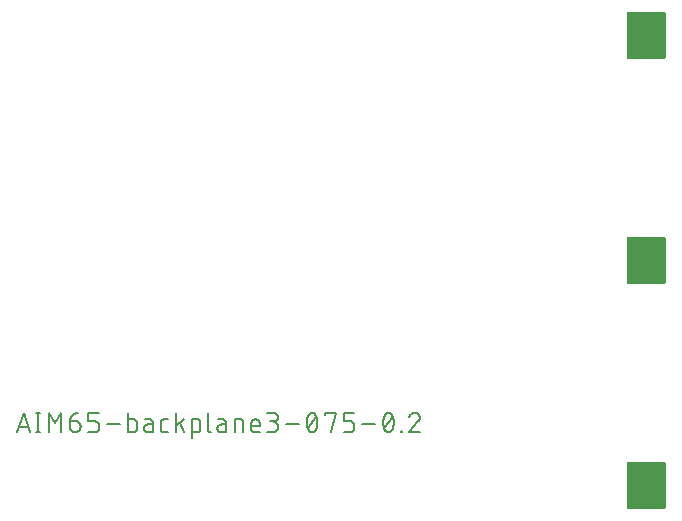
<source format=gto>
G04 EAGLE Gerber RS-274X export*
G75*
%MOMM*%
%FSLAX34Y34*%
%LPD*%
%INSilkscreen Top*%
%IPPOS*%
%AMOC8*
5,1,8,0,0,1.08239X$1,22.5*%
G01*
%ADD10C,0.152400*%

G36*
X981013Y431177D02*
X981013Y431177D01*
X981079Y431179D01*
X981122Y431197D01*
X981169Y431205D01*
X981226Y431239D01*
X981286Y431264D01*
X981321Y431295D01*
X981362Y431320D01*
X981404Y431371D01*
X981452Y431415D01*
X981474Y431457D01*
X981503Y431494D01*
X981524Y431556D01*
X981555Y431615D01*
X981563Y431669D01*
X981575Y431706D01*
X981574Y431746D01*
X981582Y431800D01*
X981582Y469900D01*
X981571Y469965D01*
X981569Y470031D01*
X981551Y470074D01*
X981543Y470121D01*
X981509Y470178D01*
X981484Y470238D01*
X981453Y470273D01*
X981428Y470314D01*
X981377Y470356D01*
X981333Y470404D01*
X981291Y470426D01*
X981254Y470455D01*
X981192Y470476D01*
X981133Y470507D01*
X981079Y470515D01*
X981042Y470527D01*
X981002Y470526D01*
X980948Y470534D01*
X949198Y470534D01*
X949133Y470523D01*
X949067Y470521D01*
X949024Y470503D01*
X948977Y470495D01*
X948920Y470461D01*
X948860Y470436D01*
X948825Y470405D01*
X948784Y470380D01*
X948743Y470329D01*
X948694Y470285D01*
X948672Y470243D01*
X948643Y470206D01*
X948622Y470144D01*
X948591Y470085D01*
X948583Y470031D01*
X948571Y469994D01*
X948572Y469954D01*
X948571Y469950D01*
X948571Y469949D01*
X948571Y469947D01*
X948564Y469900D01*
X948564Y431800D01*
X948575Y431735D01*
X948577Y431669D01*
X948595Y431626D01*
X948603Y431579D01*
X948637Y431522D01*
X948662Y431462D01*
X948693Y431427D01*
X948718Y431386D01*
X948769Y431345D01*
X948813Y431296D01*
X948855Y431274D01*
X948892Y431245D01*
X948954Y431224D01*
X949013Y431193D01*
X949067Y431185D01*
X949104Y431173D01*
X949144Y431174D01*
X949198Y431166D01*
X980948Y431166D01*
X981013Y431177D01*
G37*
G36*
X981013Y240677D02*
X981013Y240677D01*
X981079Y240679D01*
X981122Y240697D01*
X981169Y240705D01*
X981226Y240739D01*
X981286Y240764D01*
X981321Y240795D01*
X981362Y240820D01*
X981404Y240871D01*
X981452Y240915D01*
X981474Y240957D01*
X981503Y240994D01*
X981524Y241056D01*
X981555Y241115D01*
X981563Y241169D01*
X981575Y241206D01*
X981574Y241246D01*
X981582Y241300D01*
X981582Y279400D01*
X981571Y279465D01*
X981569Y279531D01*
X981551Y279574D01*
X981543Y279621D01*
X981509Y279678D01*
X981484Y279738D01*
X981453Y279773D01*
X981428Y279814D01*
X981377Y279856D01*
X981333Y279904D01*
X981291Y279926D01*
X981254Y279955D01*
X981192Y279976D01*
X981133Y280007D01*
X981079Y280015D01*
X981042Y280027D01*
X981002Y280026D01*
X980948Y280034D01*
X949198Y280034D01*
X949133Y280023D01*
X949067Y280021D01*
X949024Y280003D01*
X948977Y279995D01*
X948920Y279961D01*
X948860Y279936D01*
X948825Y279905D01*
X948784Y279880D01*
X948743Y279829D01*
X948694Y279785D01*
X948672Y279743D01*
X948643Y279706D01*
X948622Y279644D01*
X948591Y279585D01*
X948583Y279531D01*
X948571Y279494D01*
X948572Y279454D01*
X948571Y279450D01*
X948571Y279449D01*
X948571Y279447D01*
X948564Y279400D01*
X948564Y241300D01*
X948575Y241235D01*
X948577Y241169D01*
X948595Y241126D01*
X948603Y241079D01*
X948637Y241022D01*
X948662Y240962D01*
X948693Y240927D01*
X948718Y240886D01*
X948769Y240845D01*
X948813Y240796D01*
X948855Y240774D01*
X948892Y240745D01*
X948954Y240724D01*
X949013Y240693D01*
X949067Y240685D01*
X949104Y240673D01*
X949144Y240674D01*
X949198Y240666D01*
X980948Y240666D01*
X981013Y240677D01*
G37*
G36*
X981013Y50177D02*
X981013Y50177D01*
X981079Y50179D01*
X981122Y50197D01*
X981169Y50205D01*
X981226Y50239D01*
X981286Y50264D01*
X981321Y50295D01*
X981362Y50320D01*
X981404Y50371D01*
X981452Y50415D01*
X981474Y50457D01*
X981503Y50494D01*
X981524Y50556D01*
X981555Y50615D01*
X981563Y50669D01*
X981575Y50706D01*
X981574Y50746D01*
X981582Y50800D01*
X981582Y88900D01*
X981571Y88965D01*
X981569Y89031D01*
X981551Y89074D01*
X981543Y89121D01*
X981509Y89178D01*
X981484Y89238D01*
X981453Y89273D01*
X981428Y89314D01*
X981377Y89356D01*
X981333Y89404D01*
X981291Y89426D01*
X981254Y89455D01*
X981192Y89476D01*
X981133Y89507D01*
X981079Y89515D01*
X981042Y89527D01*
X981002Y89526D01*
X980948Y89534D01*
X949198Y89534D01*
X949133Y89523D01*
X949067Y89521D01*
X949024Y89503D01*
X948977Y89495D01*
X948920Y89461D01*
X948860Y89436D01*
X948825Y89405D01*
X948784Y89380D01*
X948743Y89329D01*
X948694Y89285D01*
X948672Y89243D01*
X948643Y89206D01*
X948622Y89144D01*
X948591Y89085D01*
X948583Y89031D01*
X948571Y88994D01*
X948572Y88954D01*
X948571Y88950D01*
X948571Y88949D01*
X948571Y88947D01*
X948564Y88900D01*
X948564Y50800D01*
X948575Y50735D01*
X948577Y50669D01*
X948595Y50626D01*
X948603Y50579D01*
X948637Y50522D01*
X948662Y50462D01*
X948693Y50427D01*
X948718Y50386D01*
X948769Y50345D01*
X948813Y50296D01*
X948855Y50274D01*
X948892Y50245D01*
X948954Y50224D01*
X949013Y50193D01*
X949067Y50185D01*
X949104Y50173D01*
X949144Y50174D01*
X949198Y50166D01*
X980948Y50166D01*
X981013Y50177D01*
G37*
D10*
X432562Y115062D02*
X437981Y131318D01*
X443399Y115062D01*
X442045Y119126D02*
X433917Y119126D01*
X450486Y115062D02*
X450486Y131318D01*
X448679Y115062D02*
X452292Y115062D01*
X452292Y131318D02*
X448679Y131318D01*
X459135Y131318D02*
X459135Y115062D01*
X464554Y122287D02*
X459135Y131318D01*
X464554Y122287D02*
X469972Y131318D01*
X469972Y115062D01*
X477233Y124093D02*
X482651Y124093D01*
X482769Y124091D01*
X482887Y124085D01*
X483005Y124076D01*
X483122Y124062D01*
X483239Y124045D01*
X483356Y124024D01*
X483471Y123999D01*
X483586Y123970D01*
X483700Y123937D01*
X483812Y123901D01*
X483923Y123861D01*
X484033Y123818D01*
X484142Y123771D01*
X484249Y123721D01*
X484354Y123666D01*
X484457Y123609D01*
X484558Y123548D01*
X484658Y123484D01*
X484755Y123417D01*
X484850Y123347D01*
X484942Y123273D01*
X485033Y123197D01*
X485120Y123117D01*
X485205Y123035D01*
X485287Y122950D01*
X485367Y122863D01*
X485443Y122772D01*
X485517Y122680D01*
X485587Y122585D01*
X485654Y122488D01*
X485718Y122388D01*
X485779Y122287D01*
X485836Y122184D01*
X485891Y122079D01*
X485941Y121972D01*
X485988Y121863D01*
X486031Y121753D01*
X486071Y121642D01*
X486107Y121530D01*
X486140Y121416D01*
X486169Y121301D01*
X486194Y121186D01*
X486215Y121069D01*
X486232Y120952D01*
X486246Y120835D01*
X486255Y120717D01*
X486261Y120599D01*
X486263Y120481D01*
X486264Y120481D02*
X486264Y119578D01*
X486262Y119445D01*
X486256Y119313D01*
X486246Y119181D01*
X486233Y119049D01*
X486215Y118917D01*
X486194Y118787D01*
X486169Y118656D01*
X486140Y118527D01*
X486107Y118399D01*
X486071Y118271D01*
X486031Y118145D01*
X485987Y118020D01*
X485939Y117896D01*
X485888Y117774D01*
X485833Y117653D01*
X485775Y117534D01*
X485713Y117416D01*
X485648Y117301D01*
X485579Y117187D01*
X485508Y117076D01*
X485432Y116967D01*
X485354Y116860D01*
X485273Y116755D01*
X485188Y116653D01*
X485101Y116553D01*
X485011Y116456D01*
X484918Y116361D01*
X484822Y116270D01*
X484724Y116181D01*
X484623Y116095D01*
X484519Y116012D01*
X484413Y115932D01*
X484305Y115856D01*
X484195Y115782D01*
X484082Y115712D01*
X483968Y115645D01*
X483851Y115582D01*
X483733Y115522D01*
X483613Y115465D01*
X483491Y115412D01*
X483368Y115363D01*
X483244Y115317D01*
X483118Y115275D01*
X482991Y115237D01*
X482863Y115202D01*
X482734Y115171D01*
X482605Y115144D01*
X482474Y115121D01*
X482343Y115101D01*
X482211Y115086D01*
X482079Y115074D01*
X481947Y115066D01*
X481814Y115062D01*
X481682Y115062D01*
X481549Y115066D01*
X481417Y115074D01*
X481285Y115086D01*
X481153Y115101D01*
X481022Y115121D01*
X480891Y115144D01*
X480762Y115171D01*
X480633Y115202D01*
X480505Y115237D01*
X480378Y115275D01*
X480252Y115317D01*
X480128Y115363D01*
X480005Y115412D01*
X479883Y115465D01*
X479763Y115522D01*
X479645Y115582D01*
X479528Y115645D01*
X479414Y115712D01*
X479301Y115782D01*
X479191Y115856D01*
X479083Y115932D01*
X478977Y116012D01*
X478873Y116095D01*
X478772Y116181D01*
X478674Y116270D01*
X478578Y116361D01*
X478485Y116456D01*
X478395Y116553D01*
X478308Y116653D01*
X478223Y116755D01*
X478142Y116860D01*
X478064Y116967D01*
X477988Y117076D01*
X477917Y117187D01*
X477848Y117301D01*
X477783Y117416D01*
X477721Y117534D01*
X477663Y117653D01*
X477608Y117774D01*
X477557Y117896D01*
X477509Y118020D01*
X477465Y118145D01*
X477425Y118271D01*
X477389Y118399D01*
X477356Y118527D01*
X477327Y118656D01*
X477302Y118787D01*
X477281Y118917D01*
X477263Y119049D01*
X477250Y119181D01*
X477240Y119313D01*
X477234Y119445D01*
X477232Y119578D01*
X477233Y119578D02*
X477233Y124093D01*
X477232Y124093D02*
X477234Y124270D01*
X477241Y124448D01*
X477252Y124625D01*
X477267Y124801D01*
X477286Y124977D01*
X477310Y125153D01*
X477338Y125328D01*
X477371Y125503D01*
X477408Y125676D01*
X477449Y125849D01*
X477494Y126020D01*
X477543Y126190D01*
X477597Y126359D01*
X477654Y126527D01*
X477716Y126693D01*
X477782Y126858D01*
X477852Y127021D01*
X477926Y127182D01*
X478003Y127341D01*
X478085Y127499D01*
X478171Y127654D01*
X478260Y127807D01*
X478353Y127958D01*
X478450Y128107D01*
X478550Y128253D01*
X478654Y128397D01*
X478761Y128538D01*
X478872Y128676D01*
X478986Y128812D01*
X479104Y128945D01*
X479224Y129075D01*
X479348Y129202D01*
X479475Y129326D01*
X479605Y129446D01*
X479738Y129564D01*
X479873Y129678D01*
X480012Y129789D01*
X480153Y129896D01*
X480297Y130000D01*
X480443Y130100D01*
X480592Y130197D01*
X480743Y130290D01*
X480896Y130379D01*
X481051Y130465D01*
X481209Y130547D01*
X481368Y130624D01*
X481529Y130698D01*
X481692Y130768D01*
X481857Y130834D01*
X482023Y130896D01*
X482191Y130953D01*
X482360Y131007D01*
X482530Y131056D01*
X482701Y131101D01*
X482874Y131142D01*
X483047Y131179D01*
X483222Y131212D01*
X483397Y131240D01*
X483573Y131264D01*
X483749Y131283D01*
X483925Y131298D01*
X484102Y131309D01*
X484280Y131316D01*
X484457Y131318D01*
X492864Y115062D02*
X498282Y115062D01*
X498400Y115064D01*
X498518Y115070D01*
X498636Y115079D01*
X498753Y115093D01*
X498870Y115110D01*
X498987Y115131D01*
X499102Y115156D01*
X499217Y115185D01*
X499331Y115218D01*
X499443Y115254D01*
X499554Y115294D01*
X499664Y115337D01*
X499773Y115384D01*
X499880Y115434D01*
X499985Y115489D01*
X500088Y115546D01*
X500189Y115607D01*
X500289Y115671D01*
X500386Y115738D01*
X500481Y115808D01*
X500573Y115882D01*
X500664Y115958D01*
X500751Y116038D01*
X500836Y116120D01*
X500918Y116205D01*
X500998Y116292D01*
X501074Y116383D01*
X501148Y116475D01*
X501218Y116570D01*
X501285Y116667D01*
X501349Y116767D01*
X501410Y116868D01*
X501467Y116971D01*
X501522Y117076D01*
X501572Y117183D01*
X501619Y117292D01*
X501662Y117402D01*
X501702Y117513D01*
X501738Y117625D01*
X501771Y117739D01*
X501800Y117854D01*
X501825Y117969D01*
X501846Y118086D01*
X501863Y118203D01*
X501877Y118320D01*
X501886Y118438D01*
X501892Y118556D01*
X501894Y118674D01*
X501895Y118674D02*
X501895Y120481D01*
X501894Y120481D02*
X501892Y120599D01*
X501886Y120717D01*
X501877Y120835D01*
X501863Y120952D01*
X501846Y121069D01*
X501825Y121186D01*
X501800Y121301D01*
X501771Y121416D01*
X501738Y121530D01*
X501702Y121642D01*
X501662Y121753D01*
X501619Y121863D01*
X501572Y121972D01*
X501522Y122079D01*
X501467Y122184D01*
X501410Y122287D01*
X501349Y122388D01*
X501285Y122488D01*
X501218Y122585D01*
X501148Y122680D01*
X501074Y122772D01*
X500998Y122863D01*
X500918Y122950D01*
X500836Y123035D01*
X500751Y123117D01*
X500664Y123197D01*
X500573Y123273D01*
X500481Y123347D01*
X500386Y123417D01*
X500289Y123484D01*
X500189Y123548D01*
X500088Y123609D01*
X499985Y123666D01*
X499880Y123721D01*
X499773Y123771D01*
X499664Y123818D01*
X499554Y123861D01*
X499443Y123901D01*
X499331Y123937D01*
X499217Y123970D01*
X499102Y123999D01*
X498987Y124024D01*
X498870Y124045D01*
X498753Y124062D01*
X498636Y124076D01*
X498518Y124085D01*
X498400Y124091D01*
X498282Y124093D01*
X492864Y124093D01*
X492864Y131318D01*
X501895Y131318D01*
X508634Y121384D02*
X519471Y121384D01*
X526666Y115062D02*
X526666Y131318D01*
X526666Y115062D02*
X531181Y115062D01*
X531285Y115064D01*
X531388Y115070D01*
X531492Y115080D01*
X531595Y115094D01*
X531697Y115112D01*
X531798Y115133D01*
X531899Y115159D01*
X531998Y115188D01*
X532097Y115221D01*
X532194Y115258D01*
X532289Y115299D01*
X532383Y115343D01*
X532475Y115391D01*
X532565Y115442D01*
X532654Y115497D01*
X532740Y115555D01*
X532823Y115617D01*
X532905Y115681D01*
X532983Y115749D01*
X533059Y115819D01*
X533133Y115892D01*
X533203Y115969D01*
X533271Y116047D01*
X533335Y116129D01*
X533397Y116212D01*
X533455Y116298D01*
X533510Y116387D01*
X533561Y116477D01*
X533609Y116569D01*
X533653Y116663D01*
X533694Y116758D01*
X533731Y116855D01*
X533764Y116954D01*
X533793Y117053D01*
X533819Y117154D01*
X533840Y117255D01*
X533858Y117357D01*
X533872Y117460D01*
X533882Y117564D01*
X533888Y117667D01*
X533890Y117771D01*
X533891Y117771D02*
X533891Y123190D01*
X533890Y123190D02*
X533888Y123291D01*
X533882Y123392D01*
X533873Y123493D01*
X533860Y123594D01*
X533843Y123694D01*
X533822Y123793D01*
X533798Y123891D01*
X533770Y123988D01*
X533738Y124085D01*
X533703Y124180D01*
X533664Y124273D01*
X533622Y124365D01*
X533576Y124456D01*
X533527Y124545D01*
X533475Y124631D01*
X533419Y124716D01*
X533361Y124799D01*
X533299Y124879D01*
X533234Y124957D01*
X533167Y125033D01*
X533097Y125106D01*
X533024Y125176D01*
X532948Y125243D01*
X532870Y125308D01*
X532790Y125370D01*
X532707Y125428D01*
X532622Y125484D01*
X532536Y125536D01*
X532447Y125585D01*
X532356Y125631D01*
X532264Y125673D01*
X532171Y125712D01*
X532076Y125747D01*
X531979Y125779D01*
X531882Y125807D01*
X531784Y125831D01*
X531685Y125852D01*
X531585Y125869D01*
X531484Y125882D01*
X531383Y125891D01*
X531282Y125897D01*
X531181Y125899D01*
X526666Y125899D01*
X543227Y121384D02*
X547291Y121384D01*
X543227Y121384D02*
X543115Y121382D01*
X543004Y121376D01*
X542893Y121366D01*
X542782Y121353D01*
X542672Y121335D01*
X542563Y121313D01*
X542454Y121288D01*
X542346Y121259D01*
X542240Y121226D01*
X542134Y121189D01*
X542030Y121149D01*
X541928Y121105D01*
X541827Y121057D01*
X541728Y121006D01*
X541630Y120951D01*
X541535Y120893D01*
X541442Y120832D01*
X541351Y120767D01*
X541262Y120699D01*
X541176Y120628D01*
X541093Y120555D01*
X541012Y120478D01*
X540933Y120398D01*
X540858Y120316D01*
X540786Y120231D01*
X540716Y120144D01*
X540650Y120054D01*
X540587Y119962D01*
X540527Y119867D01*
X540471Y119771D01*
X540418Y119673D01*
X540369Y119573D01*
X540323Y119471D01*
X540281Y119368D01*
X540242Y119263D01*
X540207Y119157D01*
X540176Y119050D01*
X540149Y118942D01*
X540125Y118833D01*
X540106Y118723D01*
X540090Y118613D01*
X540078Y118502D01*
X540070Y118390D01*
X540066Y118279D01*
X540066Y118167D01*
X540070Y118056D01*
X540078Y117944D01*
X540090Y117833D01*
X540106Y117723D01*
X540125Y117613D01*
X540149Y117504D01*
X540176Y117396D01*
X540207Y117289D01*
X540242Y117183D01*
X540281Y117078D01*
X540323Y116975D01*
X540369Y116873D01*
X540418Y116773D01*
X540471Y116675D01*
X540527Y116579D01*
X540587Y116484D01*
X540650Y116392D01*
X540716Y116302D01*
X540786Y116215D01*
X540858Y116130D01*
X540933Y116048D01*
X541012Y115968D01*
X541093Y115891D01*
X541176Y115818D01*
X541262Y115747D01*
X541351Y115679D01*
X541442Y115614D01*
X541535Y115553D01*
X541630Y115495D01*
X541728Y115440D01*
X541827Y115389D01*
X541928Y115341D01*
X542030Y115297D01*
X542134Y115257D01*
X542240Y115220D01*
X542346Y115187D01*
X542454Y115158D01*
X542563Y115133D01*
X542672Y115111D01*
X542782Y115093D01*
X542893Y115080D01*
X543004Y115070D01*
X543115Y115064D01*
X543227Y115062D01*
X547291Y115062D01*
X547291Y123190D01*
X547289Y123291D01*
X547283Y123392D01*
X547274Y123493D01*
X547261Y123594D01*
X547244Y123694D01*
X547223Y123793D01*
X547199Y123891D01*
X547171Y123988D01*
X547139Y124085D01*
X547104Y124180D01*
X547065Y124273D01*
X547023Y124365D01*
X546977Y124456D01*
X546928Y124545D01*
X546876Y124631D01*
X546820Y124716D01*
X546762Y124799D01*
X546700Y124879D01*
X546635Y124957D01*
X546568Y125033D01*
X546498Y125106D01*
X546425Y125176D01*
X546349Y125243D01*
X546271Y125308D01*
X546191Y125370D01*
X546108Y125428D01*
X546023Y125484D01*
X545937Y125536D01*
X545848Y125585D01*
X545757Y125631D01*
X545665Y125673D01*
X545572Y125712D01*
X545477Y125747D01*
X545380Y125779D01*
X545283Y125807D01*
X545185Y125831D01*
X545086Y125852D01*
X544986Y125869D01*
X544885Y125882D01*
X544784Y125891D01*
X544683Y125897D01*
X544582Y125899D01*
X540969Y125899D01*
X556934Y115062D02*
X560547Y115062D01*
X556934Y115062D02*
X556833Y115064D01*
X556732Y115070D01*
X556631Y115079D01*
X556530Y115092D01*
X556430Y115109D01*
X556331Y115130D01*
X556233Y115154D01*
X556136Y115182D01*
X556039Y115214D01*
X555944Y115249D01*
X555851Y115288D01*
X555759Y115330D01*
X555668Y115376D01*
X555580Y115425D01*
X555493Y115477D01*
X555408Y115533D01*
X555325Y115591D01*
X555245Y115653D01*
X555167Y115718D01*
X555091Y115785D01*
X555018Y115855D01*
X554948Y115928D01*
X554881Y116004D01*
X554816Y116082D01*
X554754Y116162D01*
X554696Y116245D01*
X554640Y116330D01*
X554588Y116417D01*
X554539Y116505D01*
X554493Y116596D01*
X554451Y116688D01*
X554412Y116781D01*
X554377Y116876D01*
X554345Y116973D01*
X554317Y117070D01*
X554293Y117168D01*
X554272Y117267D01*
X554255Y117367D01*
X554242Y117468D01*
X554233Y117569D01*
X554227Y117670D01*
X554225Y117771D01*
X554225Y123190D01*
X554227Y123291D01*
X554233Y123392D01*
X554242Y123493D01*
X554255Y123594D01*
X554272Y123694D01*
X554293Y123793D01*
X554317Y123891D01*
X554345Y123988D01*
X554377Y124085D01*
X554412Y124180D01*
X554451Y124273D01*
X554493Y124365D01*
X554539Y124456D01*
X554588Y124545D01*
X554640Y124631D01*
X554696Y124716D01*
X554754Y124799D01*
X554816Y124879D01*
X554881Y124957D01*
X554948Y125033D01*
X555018Y125106D01*
X555091Y125176D01*
X555167Y125243D01*
X555245Y125308D01*
X555325Y125370D01*
X555408Y125428D01*
X555493Y125484D01*
X555580Y125536D01*
X555668Y125585D01*
X555759Y125631D01*
X555851Y125673D01*
X555944Y125712D01*
X556039Y125747D01*
X556136Y125779D01*
X556233Y125807D01*
X556331Y125831D01*
X556430Y125852D01*
X556530Y125869D01*
X556631Y125882D01*
X556732Y125891D01*
X556833Y125897D01*
X556934Y125899D01*
X560547Y125899D01*
X566881Y131318D02*
X566881Y115062D01*
X566881Y120481D02*
X574106Y125899D01*
X570042Y122738D02*
X574106Y115062D01*
X580333Y109643D02*
X580333Y125899D01*
X584848Y125899D01*
X584952Y125897D01*
X585055Y125891D01*
X585159Y125881D01*
X585262Y125867D01*
X585364Y125849D01*
X585465Y125828D01*
X585566Y125802D01*
X585665Y125773D01*
X585764Y125740D01*
X585861Y125703D01*
X585956Y125662D01*
X586050Y125618D01*
X586142Y125570D01*
X586232Y125519D01*
X586321Y125464D01*
X586407Y125406D01*
X586490Y125344D01*
X586572Y125280D01*
X586650Y125212D01*
X586726Y125142D01*
X586800Y125069D01*
X586870Y124992D01*
X586938Y124914D01*
X587002Y124832D01*
X587064Y124749D01*
X587122Y124663D01*
X587177Y124574D01*
X587228Y124484D01*
X587276Y124392D01*
X587320Y124298D01*
X587361Y124203D01*
X587398Y124106D01*
X587431Y124007D01*
X587460Y123908D01*
X587486Y123807D01*
X587507Y123706D01*
X587525Y123604D01*
X587539Y123501D01*
X587549Y123397D01*
X587555Y123294D01*
X587557Y123190D01*
X587558Y123190D02*
X587558Y117771D01*
X587557Y117771D02*
X587555Y117670D01*
X587549Y117569D01*
X587540Y117468D01*
X587527Y117367D01*
X587510Y117267D01*
X587489Y117168D01*
X587465Y117070D01*
X587437Y116973D01*
X587405Y116876D01*
X587370Y116781D01*
X587331Y116688D01*
X587289Y116596D01*
X587243Y116505D01*
X587194Y116416D01*
X587142Y116330D01*
X587086Y116245D01*
X587028Y116162D01*
X586966Y116082D01*
X586901Y116004D01*
X586834Y115928D01*
X586764Y115855D01*
X586691Y115785D01*
X586615Y115718D01*
X586537Y115653D01*
X586457Y115591D01*
X586374Y115533D01*
X586289Y115477D01*
X586203Y115425D01*
X586114Y115376D01*
X586023Y115330D01*
X585931Y115288D01*
X585838Y115249D01*
X585743Y115214D01*
X585646Y115182D01*
X585549Y115154D01*
X585451Y115130D01*
X585352Y115109D01*
X585252Y115092D01*
X585151Y115079D01*
X585050Y115070D01*
X584949Y115064D01*
X584848Y115062D01*
X580333Y115062D01*
X594044Y117771D02*
X594044Y131318D01*
X594044Y117771D02*
X594046Y117670D01*
X594052Y117569D01*
X594061Y117468D01*
X594074Y117367D01*
X594091Y117267D01*
X594112Y117168D01*
X594136Y117070D01*
X594164Y116973D01*
X594196Y116876D01*
X594231Y116781D01*
X594270Y116688D01*
X594312Y116596D01*
X594358Y116505D01*
X594407Y116417D01*
X594459Y116330D01*
X594515Y116245D01*
X594573Y116162D01*
X594635Y116082D01*
X594700Y116004D01*
X594767Y115928D01*
X594837Y115855D01*
X594910Y115785D01*
X594986Y115718D01*
X595064Y115653D01*
X595144Y115591D01*
X595227Y115533D01*
X595312Y115477D01*
X595399Y115425D01*
X595487Y115376D01*
X595578Y115330D01*
X595670Y115288D01*
X595763Y115249D01*
X595858Y115214D01*
X595955Y115182D01*
X596052Y115154D01*
X596150Y115130D01*
X596249Y115109D01*
X596349Y115092D01*
X596450Y115079D01*
X596551Y115070D01*
X596652Y115064D01*
X596753Y115062D01*
X605231Y121384D02*
X609295Y121384D01*
X605231Y121384D02*
X605119Y121382D01*
X605008Y121376D01*
X604897Y121366D01*
X604786Y121353D01*
X604676Y121335D01*
X604567Y121313D01*
X604458Y121288D01*
X604350Y121259D01*
X604244Y121226D01*
X604138Y121189D01*
X604034Y121149D01*
X603932Y121105D01*
X603831Y121057D01*
X603732Y121006D01*
X603634Y120951D01*
X603539Y120893D01*
X603446Y120832D01*
X603355Y120767D01*
X603266Y120699D01*
X603180Y120628D01*
X603097Y120555D01*
X603016Y120478D01*
X602937Y120398D01*
X602862Y120316D01*
X602790Y120231D01*
X602720Y120144D01*
X602654Y120054D01*
X602591Y119962D01*
X602531Y119867D01*
X602475Y119771D01*
X602422Y119673D01*
X602373Y119573D01*
X602327Y119471D01*
X602285Y119368D01*
X602246Y119263D01*
X602211Y119157D01*
X602180Y119050D01*
X602153Y118942D01*
X602129Y118833D01*
X602110Y118723D01*
X602094Y118613D01*
X602082Y118502D01*
X602074Y118390D01*
X602070Y118279D01*
X602070Y118167D01*
X602074Y118056D01*
X602082Y117944D01*
X602094Y117833D01*
X602110Y117723D01*
X602129Y117613D01*
X602153Y117504D01*
X602180Y117396D01*
X602211Y117289D01*
X602246Y117183D01*
X602285Y117078D01*
X602327Y116975D01*
X602373Y116873D01*
X602422Y116773D01*
X602475Y116675D01*
X602531Y116579D01*
X602591Y116484D01*
X602654Y116392D01*
X602720Y116302D01*
X602790Y116215D01*
X602862Y116130D01*
X602937Y116048D01*
X603016Y115968D01*
X603097Y115891D01*
X603180Y115818D01*
X603266Y115747D01*
X603355Y115679D01*
X603446Y115614D01*
X603539Y115553D01*
X603634Y115495D01*
X603732Y115440D01*
X603831Y115389D01*
X603932Y115341D01*
X604034Y115297D01*
X604138Y115257D01*
X604244Y115220D01*
X604350Y115187D01*
X604458Y115158D01*
X604567Y115133D01*
X604676Y115111D01*
X604786Y115093D01*
X604897Y115080D01*
X605008Y115070D01*
X605119Y115064D01*
X605231Y115062D01*
X609295Y115062D01*
X609295Y123190D01*
X609293Y123291D01*
X609287Y123392D01*
X609278Y123493D01*
X609265Y123594D01*
X609248Y123694D01*
X609227Y123793D01*
X609203Y123891D01*
X609175Y123988D01*
X609143Y124085D01*
X609108Y124180D01*
X609069Y124273D01*
X609027Y124365D01*
X608981Y124456D01*
X608932Y124545D01*
X608880Y124631D01*
X608824Y124716D01*
X608766Y124799D01*
X608704Y124879D01*
X608639Y124957D01*
X608572Y125033D01*
X608502Y125106D01*
X608429Y125176D01*
X608353Y125243D01*
X608275Y125308D01*
X608195Y125370D01*
X608112Y125428D01*
X608027Y125484D01*
X607941Y125536D01*
X607852Y125585D01*
X607761Y125631D01*
X607669Y125673D01*
X607576Y125712D01*
X607481Y125747D01*
X607384Y125779D01*
X607287Y125807D01*
X607189Y125831D01*
X607090Y125852D01*
X606990Y125869D01*
X606889Y125882D01*
X606788Y125891D01*
X606687Y125897D01*
X606586Y125899D01*
X602973Y125899D01*
X616732Y125899D02*
X616732Y115062D01*
X616732Y125899D02*
X621248Y125899D01*
X621352Y125897D01*
X621455Y125891D01*
X621559Y125881D01*
X621662Y125867D01*
X621764Y125849D01*
X621865Y125828D01*
X621966Y125802D01*
X622065Y125773D01*
X622164Y125740D01*
X622261Y125703D01*
X622356Y125662D01*
X622450Y125618D01*
X622542Y125570D01*
X622632Y125519D01*
X622721Y125464D01*
X622807Y125406D01*
X622890Y125344D01*
X622972Y125280D01*
X623050Y125212D01*
X623126Y125142D01*
X623200Y125069D01*
X623270Y124992D01*
X623338Y124914D01*
X623402Y124832D01*
X623464Y124749D01*
X623522Y124663D01*
X623577Y124574D01*
X623628Y124484D01*
X623676Y124392D01*
X623720Y124298D01*
X623761Y124203D01*
X623798Y124106D01*
X623831Y124007D01*
X623860Y123908D01*
X623886Y123807D01*
X623907Y123706D01*
X623925Y123604D01*
X623939Y123501D01*
X623949Y123397D01*
X623955Y123294D01*
X623957Y123190D01*
X623957Y115062D01*
X633510Y115062D02*
X638025Y115062D01*
X633510Y115062D02*
X633409Y115064D01*
X633308Y115070D01*
X633207Y115079D01*
X633106Y115092D01*
X633006Y115109D01*
X632907Y115130D01*
X632809Y115154D01*
X632712Y115182D01*
X632615Y115214D01*
X632520Y115249D01*
X632427Y115288D01*
X632335Y115330D01*
X632244Y115376D01*
X632156Y115425D01*
X632069Y115477D01*
X631984Y115533D01*
X631901Y115591D01*
X631821Y115653D01*
X631743Y115718D01*
X631667Y115785D01*
X631594Y115855D01*
X631524Y115928D01*
X631457Y116004D01*
X631392Y116082D01*
X631330Y116162D01*
X631272Y116245D01*
X631216Y116330D01*
X631164Y116417D01*
X631115Y116505D01*
X631069Y116596D01*
X631027Y116688D01*
X630988Y116781D01*
X630953Y116876D01*
X630921Y116973D01*
X630893Y117070D01*
X630869Y117168D01*
X630848Y117267D01*
X630831Y117367D01*
X630818Y117468D01*
X630809Y117569D01*
X630803Y117670D01*
X630801Y117771D01*
X630801Y122287D01*
X630803Y122406D01*
X630809Y122526D01*
X630819Y122645D01*
X630833Y122763D01*
X630850Y122882D01*
X630872Y122999D01*
X630897Y123116D01*
X630927Y123231D01*
X630960Y123346D01*
X630997Y123460D01*
X631037Y123572D01*
X631082Y123683D01*
X631130Y123792D01*
X631181Y123900D01*
X631236Y124006D01*
X631295Y124110D01*
X631357Y124212D01*
X631422Y124312D01*
X631491Y124410D01*
X631563Y124506D01*
X631638Y124599D01*
X631715Y124689D01*
X631796Y124777D01*
X631880Y124862D01*
X631967Y124944D01*
X632056Y125024D01*
X632148Y125100D01*
X632242Y125174D01*
X632339Y125244D01*
X632437Y125311D01*
X632538Y125375D01*
X632642Y125435D01*
X632747Y125492D01*
X632854Y125545D01*
X632962Y125595D01*
X633072Y125641D01*
X633184Y125683D01*
X633297Y125722D01*
X633411Y125757D01*
X633526Y125788D01*
X633643Y125816D01*
X633760Y125839D01*
X633877Y125859D01*
X633996Y125875D01*
X634115Y125887D01*
X634234Y125895D01*
X634353Y125899D01*
X634473Y125899D01*
X634592Y125895D01*
X634711Y125887D01*
X634830Y125875D01*
X634949Y125859D01*
X635066Y125839D01*
X635183Y125816D01*
X635300Y125788D01*
X635415Y125757D01*
X635529Y125722D01*
X635642Y125683D01*
X635754Y125641D01*
X635864Y125595D01*
X635972Y125545D01*
X636079Y125492D01*
X636184Y125435D01*
X636288Y125375D01*
X636389Y125311D01*
X636487Y125244D01*
X636584Y125174D01*
X636678Y125100D01*
X636770Y125024D01*
X636859Y124944D01*
X636946Y124862D01*
X637030Y124777D01*
X637111Y124689D01*
X637188Y124599D01*
X637263Y124506D01*
X637335Y124410D01*
X637404Y124312D01*
X637469Y124212D01*
X637531Y124110D01*
X637590Y124006D01*
X637645Y123900D01*
X637696Y123792D01*
X637744Y123683D01*
X637789Y123572D01*
X637829Y123460D01*
X637866Y123346D01*
X637899Y123231D01*
X637929Y123116D01*
X637954Y122999D01*
X637976Y122882D01*
X637993Y122763D01*
X638007Y122645D01*
X638017Y122526D01*
X638023Y122406D01*
X638025Y122287D01*
X638025Y120481D01*
X630801Y120481D01*
X644487Y115062D02*
X649002Y115062D01*
X649135Y115064D01*
X649267Y115070D01*
X649399Y115080D01*
X649531Y115093D01*
X649663Y115111D01*
X649793Y115132D01*
X649924Y115157D01*
X650053Y115186D01*
X650181Y115219D01*
X650309Y115255D01*
X650435Y115295D01*
X650560Y115339D01*
X650684Y115387D01*
X650806Y115438D01*
X650927Y115493D01*
X651046Y115551D01*
X651164Y115613D01*
X651279Y115678D01*
X651393Y115747D01*
X651504Y115818D01*
X651613Y115894D01*
X651720Y115972D01*
X651825Y116053D01*
X651927Y116138D01*
X652027Y116225D01*
X652124Y116315D01*
X652219Y116408D01*
X652310Y116504D01*
X652399Y116602D01*
X652485Y116703D01*
X652568Y116807D01*
X652648Y116913D01*
X652724Y117021D01*
X652798Y117131D01*
X652868Y117244D01*
X652935Y117358D01*
X652998Y117475D01*
X653058Y117593D01*
X653115Y117713D01*
X653168Y117835D01*
X653217Y117958D01*
X653263Y118082D01*
X653305Y118208D01*
X653343Y118335D01*
X653378Y118463D01*
X653409Y118592D01*
X653436Y118721D01*
X653459Y118852D01*
X653479Y118983D01*
X653494Y119115D01*
X653506Y119247D01*
X653514Y119379D01*
X653518Y119512D01*
X653518Y119644D01*
X653514Y119777D01*
X653506Y119909D01*
X653494Y120041D01*
X653479Y120173D01*
X653459Y120304D01*
X653436Y120435D01*
X653409Y120564D01*
X653378Y120693D01*
X653343Y120821D01*
X653305Y120948D01*
X653263Y121074D01*
X653217Y121198D01*
X653168Y121321D01*
X653115Y121443D01*
X653058Y121563D01*
X652998Y121681D01*
X652935Y121798D01*
X652868Y121912D01*
X652798Y122025D01*
X652724Y122135D01*
X652648Y122243D01*
X652568Y122349D01*
X652485Y122453D01*
X652399Y122554D01*
X652310Y122652D01*
X652219Y122748D01*
X652124Y122841D01*
X652027Y122931D01*
X651927Y123018D01*
X651825Y123103D01*
X651720Y123184D01*
X651613Y123262D01*
X651504Y123338D01*
X651393Y123409D01*
X651279Y123478D01*
X651164Y123543D01*
X651046Y123605D01*
X650927Y123663D01*
X650806Y123718D01*
X650684Y123769D01*
X650560Y123817D01*
X650435Y123861D01*
X650309Y123901D01*
X650181Y123937D01*
X650053Y123970D01*
X649924Y123999D01*
X649793Y124024D01*
X649663Y124045D01*
X649531Y124063D01*
X649399Y124076D01*
X649267Y124086D01*
X649135Y124092D01*
X649002Y124094D01*
X649905Y131318D02*
X644487Y131318D01*
X649905Y131318D02*
X650024Y131316D01*
X650144Y131310D01*
X650263Y131300D01*
X650381Y131286D01*
X650500Y131269D01*
X650617Y131247D01*
X650734Y131222D01*
X650849Y131192D01*
X650964Y131159D01*
X651078Y131122D01*
X651190Y131082D01*
X651301Y131037D01*
X651410Y130989D01*
X651518Y130938D01*
X651624Y130883D01*
X651728Y130824D01*
X651830Y130762D01*
X651930Y130697D01*
X652028Y130628D01*
X652124Y130556D01*
X652217Y130481D01*
X652307Y130404D01*
X652395Y130323D01*
X652480Y130239D01*
X652562Y130152D01*
X652642Y130063D01*
X652718Y129971D01*
X652792Y129877D01*
X652862Y129780D01*
X652929Y129682D01*
X652993Y129581D01*
X653053Y129477D01*
X653110Y129372D01*
X653163Y129265D01*
X653213Y129157D01*
X653259Y129047D01*
X653301Y128935D01*
X653340Y128822D01*
X653375Y128708D01*
X653406Y128593D01*
X653434Y128476D01*
X653457Y128359D01*
X653477Y128242D01*
X653493Y128123D01*
X653505Y128004D01*
X653513Y127885D01*
X653517Y127766D01*
X653517Y127646D01*
X653513Y127527D01*
X653505Y127408D01*
X653493Y127289D01*
X653477Y127170D01*
X653457Y127053D01*
X653434Y126936D01*
X653406Y126819D01*
X653375Y126704D01*
X653340Y126590D01*
X653301Y126477D01*
X653259Y126365D01*
X653213Y126255D01*
X653163Y126147D01*
X653110Y126040D01*
X653053Y125935D01*
X652993Y125831D01*
X652929Y125730D01*
X652862Y125632D01*
X652792Y125535D01*
X652718Y125441D01*
X652642Y125349D01*
X652562Y125260D01*
X652480Y125173D01*
X652395Y125089D01*
X652307Y125008D01*
X652217Y124931D01*
X652124Y124856D01*
X652028Y124784D01*
X651930Y124715D01*
X651830Y124650D01*
X651728Y124588D01*
X651624Y124529D01*
X651518Y124474D01*
X651410Y124423D01*
X651301Y124375D01*
X651190Y124330D01*
X651078Y124290D01*
X650964Y124253D01*
X650849Y124220D01*
X650734Y124190D01*
X650617Y124165D01*
X650500Y124143D01*
X650381Y124126D01*
X650263Y124112D01*
X650144Y124102D01*
X650024Y124096D01*
X649905Y124094D01*
X649905Y124093D02*
X646293Y124093D01*
X660257Y121384D02*
X671094Y121384D01*
X677833Y123190D02*
X677837Y123510D01*
X677848Y123829D01*
X677867Y124149D01*
X677894Y124467D01*
X677928Y124785D01*
X677970Y125102D01*
X678020Y125418D01*
X678077Y125733D01*
X678141Y126046D01*
X678213Y126358D01*
X678292Y126668D01*
X678379Y126975D01*
X678473Y127281D01*
X678574Y127584D01*
X678683Y127885D01*
X678798Y128183D01*
X678921Y128479D01*
X679051Y128771D01*
X679188Y129060D01*
X679188Y129061D02*
X679227Y129169D01*
X679270Y129276D01*
X679316Y129381D01*
X679367Y129485D01*
X679420Y129587D01*
X679477Y129687D01*
X679538Y129785D01*
X679602Y129880D01*
X679669Y129974D01*
X679740Y130065D01*
X679813Y130154D01*
X679890Y130240D01*
X679969Y130323D01*
X680051Y130404D01*
X680136Y130482D01*
X680224Y130556D01*
X680314Y130628D01*
X680406Y130696D01*
X680501Y130762D01*
X680598Y130824D01*
X680697Y130882D01*
X680799Y130938D01*
X680901Y130989D01*
X681006Y131037D01*
X681112Y131082D01*
X681220Y131123D01*
X681329Y131160D01*
X681439Y131193D01*
X681551Y131222D01*
X681663Y131248D01*
X681776Y131270D01*
X681890Y131287D01*
X682004Y131301D01*
X682119Y131311D01*
X682234Y131317D01*
X682349Y131319D01*
X682349Y131318D02*
X682464Y131316D01*
X682579Y131310D01*
X682694Y131300D01*
X682808Y131286D01*
X682922Y131269D01*
X683035Y131247D01*
X683147Y131221D01*
X683259Y131192D01*
X683369Y131159D01*
X683478Y131122D01*
X683586Y131081D01*
X683692Y131036D01*
X683797Y130988D01*
X683899Y130937D01*
X684000Y130881D01*
X684100Y130823D01*
X684197Y130761D01*
X684291Y130696D01*
X684384Y130627D01*
X684474Y130555D01*
X684562Y130481D01*
X684647Y130403D01*
X684729Y130322D01*
X684808Y130239D01*
X684885Y130153D01*
X684958Y130064D01*
X685029Y129973D01*
X685096Y129879D01*
X685160Y129784D01*
X685221Y129686D01*
X685278Y129586D01*
X685331Y129484D01*
X685382Y129380D01*
X685428Y129275D01*
X685471Y129168D01*
X685510Y129060D01*
X685509Y129060D02*
X685646Y128771D01*
X685776Y128479D01*
X685899Y128183D01*
X686014Y127885D01*
X686123Y127584D01*
X686224Y127281D01*
X686318Y126975D01*
X686405Y126668D01*
X686484Y126358D01*
X686556Y126046D01*
X686620Y125733D01*
X686677Y125418D01*
X686727Y125102D01*
X686769Y124785D01*
X686803Y124467D01*
X686830Y124149D01*
X686849Y123829D01*
X686860Y123510D01*
X686864Y123190D01*
X677834Y123190D02*
X677838Y122870D01*
X677849Y122551D01*
X677868Y122231D01*
X677895Y121913D01*
X677929Y121595D01*
X677971Y121278D01*
X678021Y120962D01*
X678078Y120647D01*
X678142Y120334D01*
X678214Y120022D01*
X678293Y119712D01*
X678380Y119405D01*
X678474Y119099D01*
X678575Y118796D01*
X678684Y118495D01*
X678799Y118197D01*
X678922Y117901D01*
X679052Y117609D01*
X679189Y117320D01*
X679188Y117320D02*
X679227Y117212D01*
X679270Y117105D01*
X679316Y117000D01*
X679367Y116896D01*
X679420Y116794D01*
X679477Y116694D01*
X679538Y116596D01*
X679602Y116501D01*
X679669Y116407D01*
X679740Y116316D01*
X679813Y116227D01*
X679890Y116141D01*
X679969Y116058D01*
X680051Y115977D01*
X680136Y115899D01*
X680224Y115825D01*
X680314Y115753D01*
X680407Y115684D01*
X680501Y115619D01*
X680598Y115557D01*
X680698Y115499D01*
X680799Y115443D01*
X680901Y115392D01*
X681006Y115344D01*
X681112Y115299D01*
X681220Y115258D01*
X681329Y115221D01*
X681439Y115188D01*
X681551Y115159D01*
X681663Y115133D01*
X681776Y115111D01*
X681890Y115094D01*
X682004Y115080D01*
X682119Y115070D01*
X682234Y115064D01*
X682349Y115062D01*
X685509Y117320D02*
X685646Y117609D01*
X685776Y117901D01*
X685899Y118197D01*
X686014Y118495D01*
X686123Y118796D01*
X686224Y119099D01*
X686318Y119405D01*
X686405Y119712D01*
X686484Y120022D01*
X686556Y120334D01*
X686620Y120647D01*
X686677Y120962D01*
X686727Y121278D01*
X686769Y121595D01*
X686803Y121913D01*
X686830Y122231D01*
X686849Y122551D01*
X686860Y122870D01*
X686864Y123190D01*
X685510Y117320D02*
X685471Y117212D01*
X685428Y117105D01*
X685382Y117000D01*
X685331Y116896D01*
X685278Y116794D01*
X685221Y116694D01*
X685160Y116596D01*
X685096Y116501D01*
X685029Y116407D01*
X684958Y116316D01*
X684885Y116227D01*
X684808Y116141D01*
X684729Y116058D01*
X684647Y115977D01*
X684562Y115899D01*
X684474Y115825D01*
X684384Y115753D01*
X684291Y115684D01*
X684197Y115619D01*
X684100Y115557D01*
X684000Y115499D01*
X683899Y115443D01*
X683796Y115392D01*
X683692Y115344D01*
X683586Y115299D01*
X683478Y115258D01*
X683369Y115221D01*
X683259Y115188D01*
X683147Y115159D01*
X683035Y115133D01*
X682922Y115111D01*
X682808Y115094D01*
X682694Y115080D01*
X682579Y115070D01*
X682464Y115064D01*
X682349Y115062D01*
X678736Y118674D02*
X685961Y127706D01*
X693464Y129512D02*
X693464Y131318D01*
X702496Y131318D01*
X697980Y115062D01*
X709096Y115062D02*
X714514Y115062D01*
X714632Y115064D01*
X714750Y115070D01*
X714868Y115079D01*
X714985Y115093D01*
X715102Y115110D01*
X715219Y115131D01*
X715334Y115156D01*
X715449Y115185D01*
X715563Y115218D01*
X715675Y115254D01*
X715786Y115294D01*
X715896Y115337D01*
X716005Y115384D01*
X716112Y115434D01*
X716217Y115489D01*
X716320Y115546D01*
X716421Y115607D01*
X716521Y115671D01*
X716618Y115738D01*
X716713Y115808D01*
X716805Y115882D01*
X716896Y115958D01*
X716983Y116038D01*
X717068Y116120D01*
X717150Y116205D01*
X717230Y116292D01*
X717306Y116383D01*
X717380Y116475D01*
X717450Y116570D01*
X717517Y116667D01*
X717581Y116767D01*
X717642Y116868D01*
X717699Y116971D01*
X717754Y117076D01*
X717804Y117183D01*
X717851Y117292D01*
X717894Y117402D01*
X717934Y117513D01*
X717970Y117625D01*
X718003Y117739D01*
X718032Y117854D01*
X718057Y117969D01*
X718078Y118086D01*
X718095Y118203D01*
X718109Y118320D01*
X718118Y118438D01*
X718124Y118556D01*
X718126Y118674D01*
X718127Y118674D02*
X718127Y120481D01*
X718126Y120481D02*
X718124Y120599D01*
X718118Y120717D01*
X718109Y120835D01*
X718095Y120952D01*
X718078Y121069D01*
X718057Y121186D01*
X718032Y121301D01*
X718003Y121416D01*
X717970Y121530D01*
X717934Y121642D01*
X717894Y121753D01*
X717851Y121863D01*
X717804Y121972D01*
X717754Y122079D01*
X717699Y122184D01*
X717642Y122287D01*
X717581Y122388D01*
X717517Y122488D01*
X717450Y122585D01*
X717380Y122680D01*
X717306Y122772D01*
X717230Y122863D01*
X717150Y122950D01*
X717068Y123035D01*
X716983Y123117D01*
X716896Y123197D01*
X716805Y123273D01*
X716713Y123347D01*
X716618Y123417D01*
X716521Y123484D01*
X716421Y123548D01*
X716320Y123609D01*
X716217Y123666D01*
X716112Y123721D01*
X716005Y123771D01*
X715896Y123818D01*
X715786Y123861D01*
X715675Y123901D01*
X715563Y123937D01*
X715449Y123970D01*
X715334Y123999D01*
X715219Y124024D01*
X715102Y124045D01*
X714985Y124062D01*
X714868Y124076D01*
X714750Y124085D01*
X714632Y124091D01*
X714514Y124093D01*
X709096Y124093D01*
X709096Y131318D01*
X718127Y131318D01*
X724866Y121384D02*
X735703Y121384D01*
X742442Y123190D02*
X742446Y123510D01*
X742457Y123829D01*
X742476Y124149D01*
X742503Y124467D01*
X742537Y124785D01*
X742579Y125102D01*
X742629Y125418D01*
X742686Y125733D01*
X742750Y126046D01*
X742822Y126358D01*
X742901Y126668D01*
X742988Y126975D01*
X743082Y127281D01*
X743183Y127584D01*
X743292Y127885D01*
X743407Y128183D01*
X743530Y128479D01*
X743660Y128771D01*
X743797Y129060D01*
X743797Y129061D02*
X743836Y129169D01*
X743879Y129276D01*
X743925Y129381D01*
X743976Y129485D01*
X744029Y129587D01*
X744086Y129687D01*
X744147Y129785D01*
X744211Y129880D01*
X744278Y129974D01*
X744349Y130065D01*
X744422Y130154D01*
X744499Y130240D01*
X744578Y130323D01*
X744660Y130404D01*
X744745Y130482D01*
X744833Y130556D01*
X744923Y130628D01*
X745015Y130696D01*
X745110Y130762D01*
X745207Y130824D01*
X745306Y130882D01*
X745408Y130938D01*
X745510Y130989D01*
X745615Y131037D01*
X745721Y131082D01*
X745829Y131123D01*
X745938Y131160D01*
X746048Y131193D01*
X746160Y131222D01*
X746272Y131248D01*
X746385Y131270D01*
X746499Y131287D01*
X746613Y131301D01*
X746728Y131311D01*
X746843Y131317D01*
X746958Y131319D01*
X746958Y131318D02*
X747073Y131316D01*
X747188Y131310D01*
X747303Y131300D01*
X747417Y131286D01*
X747531Y131269D01*
X747644Y131247D01*
X747756Y131221D01*
X747868Y131192D01*
X747978Y131159D01*
X748087Y131122D01*
X748195Y131081D01*
X748301Y131036D01*
X748406Y130988D01*
X748508Y130937D01*
X748609Y130881D01*
X748709Y130823D01*
X748806Y130761D01*
X748900Y130696D01*
X748993Y130627D01*
X749083Y130555D01*
X749171Y130481D01*
X749256Y130403D01*
X749338Y130322D01*
X749417Y130239D01*
X749494Y130153D01*
X749567Y130064D01*
X749638Y129973D01*
X749705Y129879D01*
X749769Y129784D01*
X749830Y129686D01*
X749887Y129586D01*
X749940Y129484D01*
X749991Y129380D01*
X750037Y129275D01*
X750080Y129168D01*
X750119Y129060D01*
X750118Y129060D02*
X750255Y128771D01*
X750385Y128479D01*
X750508Y128183D01*
X750623Y127885D01*
X750732Y127584D01*
X750833Y127281D01*
X750927Y126975D01*
X751014Y126668D01*
X751093Y126358D01*
X751165Y126046D01*
X751229Y125733D01*
X751286Y125418D01*
X751336Y125102D01*
X751378Y124785D01*
X751412Y124467D01*
X751439Y124149D01*
X751458Y123829D01*
X751469Y123510D01*
X751473Y123190D01*
X742443Y123190D02*
X742447Y122870D01*
X742458Y122551D01*
X742477Y122231D01*
X742504Y121913D01*
X742538Y121595D01*
X742580Y121278D01*
X742630Y120962D01*
X742687Y120647D01*
X742751Y120334D01*
X742823Y120022D01*
X742902Y119712D01*
X742989Y119405D01*
X743083Y119099D01*
X743184Y118796D01*
X743293Y118495D01*
X743408Y118197D01*
X743531Y117901D01*
X743661Y117609D01*
X743798Y117320D01*
X743797Y117320D02*
X743836Y117212D01*
X743879Y117105D01*
X743925Y117000D01*
X743976Y116896D01*
X744029Y116794D01*
X744086Y116694D01*
X744147Y116596D01*
X744211Y116501D01*
X744278Y116407D01*
X744349Y116316D01*
X744422Y116227D01*
X744499Y116141D01*
X744578Y116058D01*
X744660Y115977D01*
X744745Y115899D01*
X744833Y115825D01*
X744923Y115753D01*
X745016Y115684D01*
X745110Y115619D01*
X745207Y115557D01*
X745307Y115499D01*
X745408Y115443D01*
X745510Y115392D01*
X745615Y115344D01*
X745721Y115299D01*
X745829Y115258D01*
X745938Y115221D01*
X746048Y115188D01*
X746160Y115159D01*
X746272Y115133D01*
X746385Y115111D01*
X746499Y115094D01*
X746613Y115080D01*
X746728Y115070D01*
X746843Y115064D01*
X746958Y115062D01*
X750118Y117320D02*
X750255Y117609D01*
X750385Y117901D01*
X750508Y118197D01*
X750623Y118495D01*
X750732Y118796D01*
X750833Y119099D01*
X750927Y119405D01*
X751014Y119712D01*
X751093Y120022D01*
X751165Y120334D01*
X751229Y120647D01*
X751286Y120962D01*
X751336Y121278D01*
X751378Y121595D01*
X751412Y121913D01*
X751439Y122231D01*
X751458Y122551D01*
X751469Y122870D01*
X751473Y123190D01*
X750119Y117320D02*
X750080Y117212D01*
X750037Y117105D01*
X749991Y117000D01*
X749940Y116896D01*
X749887Y116794D01*
X749830Y116694D01*
X749769Y116596D01*
X749705Y116501D01*
X749638Y116407D01*
X749567Y116316D01*
X749494Y116227D01*
X749417Y116141D01*
X749338Y116058D01*
X749256Y115977D01*
X749171Y115899D01*
X749083Y115825D01*
X748993Y115753D01*
X748900Y115684D01*
X748806Y115619D01*
X748709Y115557D01*
X748609Y115499D01*
X748508Y115443D01*
X748405Y115392D01*
X748301Y115344D01*
X748195Y115299D01*
X748087Y115258D01*
X747978Y115221D01*
X747868Y115188D01*
X747756Y115159D01*
X747644Y115133D01*
X747531Y115111D01*
X747417Y115094D01*
X747303Y115080D01*
X747188Y115070D01*
X747073Y115064D01*
X746958Y115062D01*
X743345Y118674D02*
X750570Y127706D01*
X757448Y115965D02*
X757448Y115062D01*
X757448Y115965D02*
X758351Y115965D01*
X758351Y115062D01*
X757448Y115062D01*
X773357Y127254D02*
X773355Y127379D01*
X773349Y127504D01*
X773340Y127629D01*
X773326Y127753D01*
X773309Y127877D01*
X773288Y128001D01*
X773263Y128123D01*
X773234Y128245D01*
X773202Y128366D01*
X773166Y128486D01*
X773126Y128605D01*
X773083Y128722D01*
X773036Y128838D01*
X772985Y128953D01*
X772931Y129065D01*
X772873Y129177D01*
X772813Y129286D01*
X772748Y129393D01*
X772681Y129499D01*
X772610Y129602D01*
X772536Y129703D01*
X772459Y129802D01*
X772379Y129898D01*
X772296Y129992D01*
X772211Y130083D01*
X772122Y130172D01*
X772031Y130257D01*
X771937Y130340D01*
X771841Y130420D01*
X771742Y130497D01*
X771641Y130571D01*
X771538Y130642D01*
X771432Y130709D01*
X771325Y130774D01*
X771216Y130834D01*
X771104Y130892D01*
X770992Y130946D01*
X770877Y130997D01*
X770761Y131044D01*
X770644Y131087D01*
X770525Y131127D01*
X770405Y131163D01*
X770284Y131195D01*
X770162Y131224D01*
X770040Y131249D01*
X769916Y131270D01*
X769792Y131287D01*
X769668Y131301D01*
X769543Y131310D01*
X769418Y131316D01*
X769293Y131318D01*
X769150Y131316D01*
X769008Y131310D01*
X768865Y131300D01*
X768723Y131287D01*
X768582Y131269D01*
X768440Y131248D01*
X768300Y131223D01*
X768160Y131194D01*
X768021Y131161D01*
X767883Y131124D01*
X767746Y131084D01*
X767611Y131040D01*
X767476Y130992D01*
X767343Y130940D01*
X767211Y130885D01*
X767081Y130826D01*
X766953Y130764D01*
X766826Y130698D01*
X766701Y130629D01*
X766578Y130557D01*
X766458Y130481D01*
X766339Y130402D01*
X766222Y130319D01*
X766108Y130234D01*
X765996Y130145D01*
X765887Y130054D01*
X765780Y129959D01*
X765675Y129862D01*
X765574Y129761D01*
X765475Y129658D01*
X765379Y129553D01*
X765286Y129444D01*
X765196Y129333D01*
X765109Y129220D01*
X765025Y129105D01*
X764945Y128987D01*
X764867Y128867D01*
X764793Y128745D01*
X764723Y128621D01*
X764655Y128495D01*
X764592Y128367D01*
X764531Y128238D01*
X764474Y128107D01*
X764421Y127975D01*
X764372Y127841D01*
X764326Y127706D01*
X772002Y124093D02*
X772096Y124185D01*
X772186Y124279D01*
X772274Y124376D01*
X772359Y124476D01*
X772441Y124578D01*
X772520Y124683D01*
X772595Y124790D01*
X772667Y124899D01*
X772736Y125010D01*
X772802Y125124D01*
X772864Y125239D01*
X772923Y125356D01*
X772978Y125475D01*
X773029Y125595D01*
X773077Y125717D01*
X773122Y125840D01*
X773162Y125964D01*
X773199Y126090D01*
X773232Y126217D01*
X773261Y126344D01*
X773287Y126473D01*
X773308Y126602D01*
X773326Y126732D01*
X773339Y126862D01*
X773349Y126992D01*
X773355Y127123D01*
X773357Y127254D01*
X772002Y124093D02*
X764326Y115062D01*
X773357Y115062D01*
M02*

</source>
